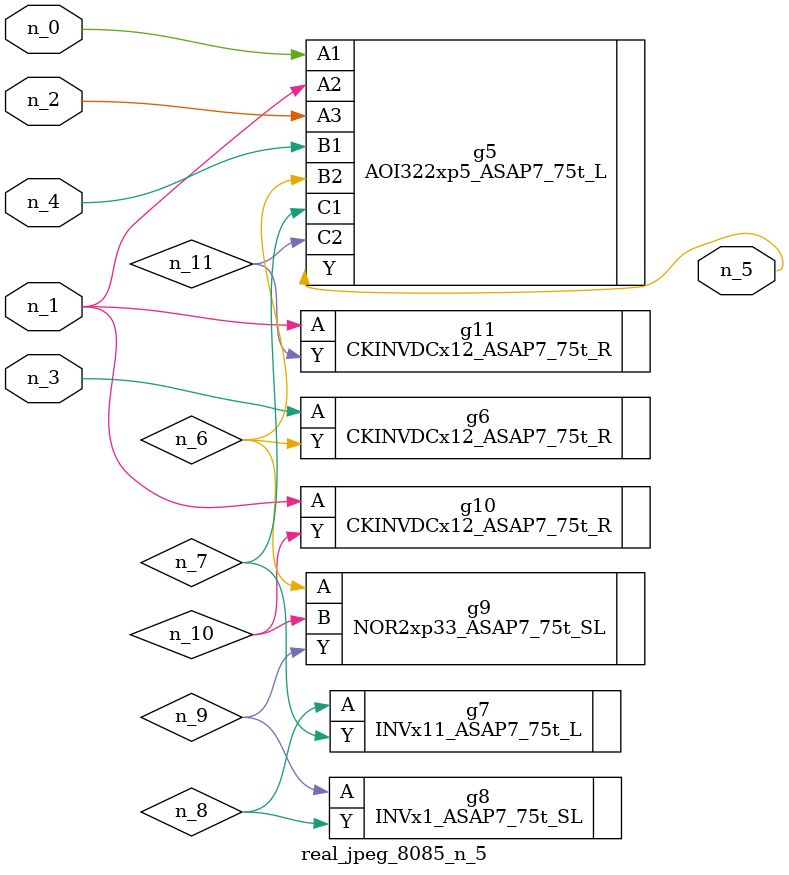
<source format=v>
module real_jpeg_8085_n_5 (n_4, n_0, n_1, n_2, n_3, n_5);

input n_4;
input n_0;
input n_1;
input n_2;
input n_3;

output n_5;

wire n_8;
wire n_11;
wire n_6;
wire n_7;
wire n_10;
wire n_9;

AOI322xp5_ASAP7_75t_L g5 ( 
.A1(n_0),
.A2(n_1),
.A3(n_2),
.B1(n_4),
.B2(n_6),
.C1(n_7),
.C2(n_11),
.Y(n_5)
);

CKINVDCx12_ASAP7_75t_R g10 ( 
.A(n_1),
.Y(n_10)
);

CKINVDCx12_ASAP7_75t_R g11 ( 
.A(n_1),
.Y(n_11)
);

CKINVDCx12_ASAP7_75t_R g6 ( 
.A(n_3),
.Y(n_6)
);

NOR2xp33_ASAP7_75t_SL g9 ( 
.A(n_6),
.B(n_10),
.Y(n_9)
);

INVx11_ASAP7_75t_L g7 ( 
.A(n_8),
.Y(n_7)
);

INVx1_ASAP7_75t_SL g8 ( 
.A(n_9),
.Y(n_8)
);


endmodule
</source>
